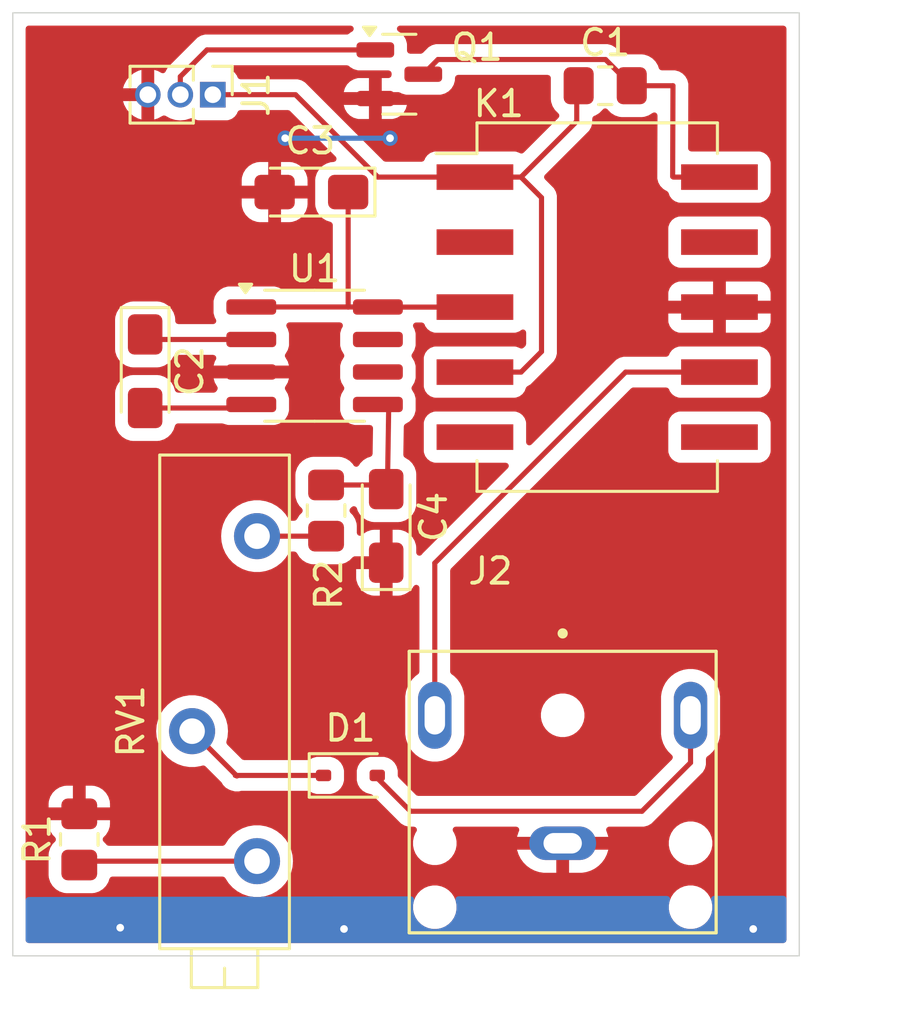
<source format=kicad_pcb>
(kicad_pcb (version 20240108) (generator "pcbnew") (generator_version "8.0")
  (layers (0 "F.Cu" signal) (31 "B.Cu" signal) (34 "B.Paste" user) (35 "F.Paste" user) (36 "B.SilkS" user "B.Silkscreen") (37 "F.SilkS" user "F.Silkscreen") (38 "B.Mask" user) (39 "F.Mask" user) (44 "Edge.Cuts" user))
  (net 0 "")
  (net 1 "Net-(Q1-D)")
  (net 2 "Net-(J1-Pin_1)")
  (net 3 "Net-(U1-CAP-)")
  (net 4 "Net-(U1-CAP+)")
  (net 5 "Net-(U1-BOOST)")
  (net 6 "Net-(U1-VOUT)")
  (net 7 "Net-(J1-Pin_2)")
  (net 8 "Net-(R1-Pad1)")
  (net 9 "Net-(R2-Pad2)")
  (net 14 "GND")
  (net 15 "Net-(D1-K)")
  (net 16 "Net-(D1-A)")
  (net 17 "Net-(J2-Pad3)")
  (footprint "Capacitor_Tantalum_SMD:CP_EIA-3216-10_Kemet-I_Pad1.58x1.35mm_HandSolder" (layer "F.Cu") (at 87.175 110.305 -90)
    (property "Reference" "C2" (at 0 -1.75 90) (layer "F.SilkS"))
    (property "Value" "10u 16v")
    (fp_line (start -2.485 0.935) (end 1.6 0.935) (stroke (width 0.12)) (layer "F.SilkS"))
    (fp_line (start -2.485 -0.935) (end -2.485 0.935) (stroke (width 0.12)) (layer "F.SilkS"))
    (fp_line (start 1.6 -0.935) (end -2.485 -0.935) (stroke (width 0.12)) (layer "F.SilkS"))
    (pad "1" smd roundrect (at -1.4375 0 270) (size 1.575 1.35) (layers "F.Cu" "F.Paste" "F.Mask") (roundrect_rratio 0.185185) (net 4 "Net-(U1-CAP+)"))
    (pad "2" smd roundrect (at 1.4375 0 270) (size 1.575 1.35) (layers "F.Cu" "F.Paste" "F.Mask") (roundrect_rratio 0.185185) (net 3 "Net-(U1-CAP-)"))
  )
  (footprint "Capacitor_SMD:C_0805_2012Metric_Pad1.18x1.45mm_HandSolder" (layer "F.Cu") (at 105.1625 99.15)
    (property "Reference" "C1" (at 0 -1.68 0) (layer "F.SilkS"))
    (property "Value" "1u")
    (fp_line (start -0.261252 -0.735) (end 0.261252 -0.735) (stroke (width 0.12)) (layer "F.SilkS"))
    (fp_line (start -0.261252 0.735) (end 0.261252 0.735) (stroke (width 0.12)) (layer "F.SilkS"))
    (pad "1" smd roundrect (at -1.0375 0) (size 1.175 1.45) (layers "F.Cu" "F.Paste" "F.Mask") (roundrect_rratio 0.212766) (net 2 "Net-(J1-Pin_1)"))
    (pad "2" smd roundrect (at 1.0375 0) (size 1.175 1.45) (layers "F.Cu" "F.Paste" "F.Mask") (roundrect_rratio 0.212766) (net 1 "Net-(Q1-D)"))
  )
  (footprint "Resistor_SMD:R_0805_2012Metric_Pad1.20x1.40mm_HandSolder" (layer "F.Cu") (at 84.6 128.6 90)
    (property "Reference" "R1" (at 0 -1.65 90) (layer "F.SilkS"))
    (property "Value" "10K")
    (fp_line (start -0.227064 -0.735) (end 0.227064 -0.735) (stroke (width 0.12)) (layer "F.SilkS"))
    (fp_line (start -0.227064 0.735) (end 0.227064 0.735) (stroke (width 0.12)) (layer "F.SilkS"))
    (pad "1" smd roundrect (at -1 0 90) (size 1.2 1.4) (layers "F.Cu" "F.Paste" "F.Mask") (roundrect_rratio 0.208333) (net 8 "Net-(R1-Pad1)"))
    (pad "2" smd roundrect (at 1 0 90) (size 1.2 1.4) (layers "F.Cu" "F.Paste" "F.Mask") (roundrect_rratio 0.208333) (net 14 "GND"))
  )
  (footprint "Capacitor_Tantalum_SMD:CP_EIA-3216-10_Kemet-I_Pad1.58x1.35mm_HandSolder" (layer "F.Cu") (at 93.675 103.305 180)
    (property "Reference" "C3" (at 0.05 2 0) (layer "F.SilkS"))
    (property "Value" "10u 16v")
    (fp_line (start 1.6 -0.935) (end -2.485 -0.935) (stroke (width 0.12)) (layer "F.SilkS"))
    (fp_line (start -2.485 0.935) (end 1.6 0.935) (stroke (width 0.12)) (layer "F.SilkS"))
    (fp_line (start -2.485 -0.935) (end -2.485 0.935) (stroke (width 0.12)) (layer "F.SilkS"))
    (pad "1" smd roundrect (at -1.4375 0 180) (size 1.575 1.35) (layers "F.Cu" "F.Paste" "F.Mask") (roundrect_rratio 0.185185) (net 5 "Net-(U1-BOOST)"))
    (pad "2" smd roundrect (at 1.4375 0 180) (size 1.575 1.35) (layers "F.Cu" "F.Paste" "F.Mask") (roundrect_rratio 0.185185) (net 14 "GND"))
  )
  (footprint "Diode_SMD:D_SOD-323" (layer "F.Cu") (at 95.2 126.1)
    (property "Reference" "D1" (at 0 -1.85 0) (layer "F.SilkS"))
    (property "Value" "1N4148WS")
    (fp_line (start -1.61 -0.85) (end -1.61 0.85) (stroke (width 0.12)) (layer "F.SilkS"))
    (fp_line (start -1.61 -0.85) (end 1.05 -0.85) (stroke (width 0.12)) (layer "F.SilkS"))
    (fp_line (start -1.61 0.85) (end 1.05 0.85) (stroke (width 0.12)) (layer "F.SilkS"))
    (pad "1" smd roundrect (at -1.05 0) (size 0.6 0.45) (layers "F.Cu" "F.Paste" "F.Mask") (net 15 "Net-(D1-K)"))
    (pad "2" smd roundrect (at 1.05 0) (size 0.6 0.45) (layers "F.Cu" "F.Paste" "F.Mask") (net 16 "Net-(D1-A)"))
  )
  (footprint "SJ1 352 3N:CUI_SJ1-3523N" (layer "F.Cu") (at 103.5 128.75)
    (property "Reference" "J2" (at -2.825 -10.635 0) (layer "F.SilkS"))
    (property "Value" "AudioJack2_Ground")
    (fp_line (start -6 -7.5) (end -6 3.5) (stroke (width 0.127)) (layer "F.SilkS"))
    (fp_line (start -6 -7.5) (end 6 -7.5) (stroke (width 0.127)) (layer "F.SilkS"))
    (fp_line (start -6 3.5) (end 6 3.5) (stroke (width 0.127)) (layer "F.SilkS"))
    (fp_line (start 6 -7.5) (end 6 3.5) (stroke (width 0.127)) (layer "F.SilkS"))
    (fp_circle (center 0 -8.2) (end 0.1 -8.2) (stroke (width 0.2)) (fill none) (layer "F.SilkS"))
    (pad "" np_thru_hole circle (at -5 0) (size 1.2 1.2) (drill 1.2) (layers "*.Cu" "*.Mask"))
    (pad "" np_thru_hole circle (at -5 2.5) (size 1.2 1.2) (drill 1.2) (layers "*.Cu" "*.Mask"))
    (pad "" np_thru_hole circle (at 0 -5) (size 1.2 1.2) (drill 1.2) (layers "*.Cu" "*.Mask"))
    (pad "" np_thru_hole circle (at 5 0) (size 1.2 1.2) (drill 1.2) (layers "*.Cu" "*.Mask"))
    (pad "" np_thru_hole circle (at 5 2.5) (size 1.2 1.2) (drill 1.2) (layers "*.Cu" "*.Mask"))
    (pad "1" thru_hole oval (at 0 0) (size 2.616 1.308) (drill oval 1.5 0.8) (layers "*.Cu" "*.Mask") (net 14 "GND"))
    (pad "2" thru_hole oval (at 5 -5) (size 1.308 2.616) (drill oval 0.8 1.5) (layers "*.Cu" "*.Mask") (net 16 "Net-(D1-A)"))
    (pad "3" thru_hole oval (at -5 -5) (size 1.308 2.616) (drill oval 0.8 1.5) (layers "*.Cu" "*.Mask") (net 17 "Net-(J2-Pad3)"))
  )
  (footprint "Relay_SMD:Relay_DPDT_FRT5_SMD" (layer "F.Cu") (at 104.85 107.8)
    (property "Reference" "K1" (at -3.85 -7.95 0) (layer "F.SilkS"))
    (property "Value" "TQ2SA-5V-X")
    (fp_line (start -4.7 -7.2) (end -4.7 -6) (stroke (width 0.12)) (layer "F.SilkS"))
    (fp_line (start -4.7 -7.2) (end 4.7 -7.2) (stroke (width 0.12)) (layer "F.SilkS"))
    (fp_line (start -4.7 -6) (end -6.3 -6) (stroke (width 0.12)) (layer "F.SilkS"))
    (fp_line (start -4.7 7.2) (end -4.7 6) (stroke (width 0.12)) (layer "F.SilkS"))
    (fp_line (start 4.7 -7.2) (end 4.7 -6) (stroke (width 0.12)) (layer "F.SilkS"))
    (fp_line (start 4.7 7.2) (end -4.7 7.2) (stroke (width 0.12)) (layer "F.SilkS"))
    (fp_line (start 4.7 7.2) (end 4.7 6) (stroke (width 0.12)) (layer "F.SilkS"))
    (pad "1" smd rect (at -4.78 -5.08) (size 3 1) (layers "F.Cu" "F.Paste" "F.Mask") (net 2 "Net-(J1-Pin_1)"))
    (pad "2" smd rect (at -4.78 -2.54) (size 3 1) (layers "F.Cu" "F.Paste" "F.Mask"))
    (pad "3" smd rect (at -4.78 0) (size 3 1) (layers "F.Cu" "F.Paste" "F.Mask") (net 5 "Net-(U1-BOOST)"))
    (pad "4" smd rect (at -4.78 2.54) (size 3 1) (layers "F.Cu" "F.Paste" "F.Mask") (net 2 "Net-(J1-Pin_1)"))
    (pad "5" smd rect (at -4.78 5.08) (size 3 1) (layers "F.Cu" "F.Paste" "F.Mask"))
    (pad "6" smd rect (at 4.78 5.08) (size 3 1) (layers "F.Cu" "F.Paste" "F.Mask"))
    (pad "7" smd rect (at 4.78 2.54) (size 3 1) (layers "F.Cu" "F.Paste" "F.Mask") (net 17 "Net-(J2-Pad3)"))
    (pad "8" smd rect (at 4.78 0) (size 3 1) (layers "F.Cu" "F.Paste" "F.Mask") (net 14 "GND"))
    (pad "9" smd rect (at 4.78 -2.54) (size 3 1) (layers "F.Cu" "F.Paste" "F.Mask"))
    (pad "10" smd rect (at 4.78 -5.08) (size 3 1) (layers "F.Cu" "F.Paste" "F.Mask") (net 1 "Net-(Q1-D)"))
  )
  (footprint "Connector_PinHeader_1.27mm:PinHeader_1x03_P1.27mm_Vertical" (layer "F.Cu") (at 89.82 99.5 -90)
    (property "Reference" "J1" (at 0 -1.695 90) (layer "F.SilkS"))
    (property "Value" "Conn_01x03_Pin" (hide yes))
    (fp_line (start -1.11 3.235) (end -0.30753 3.235) (stroke (width 0.12)) (layer "F.SilkS"))
    (fp_line (start 0.30753 3.235) (end 1.11 3.235) (stroke (width 0.12)) (layer "F.SilkS"))
    (fp_line (start -1.11 0.76) (end -1.11 3.235) (stroke (width 0.12)) (layer "F.SilkS"))
    (fp_line (start -1.11 0.76) (end -0.563471 0.76) (stroke (width 0.12)) (layer "F.SilkS"))
    (fp_line (start 0.563471 0.76) (end 1.11 0.76) (stroke (width 0.12)) (layer "F.SilkS"))
    (fp_line (start 1.11 0.76) (end 1.11 3.235) (stroke (width 0.12)) (layer "F.SilkS"))
    (fp_line (start -1.11 0) (end -1.11 -0.76) (stroke (width 0.12)) (layer "F.SilkS"))
    (fp_line (start -1.11 -0.76) (end 0 -0.76) (stroke (width 0.12)) (layer "F.SilkS"))
    (pad "1" thru_hole rect (at 0 0 270) (size 1 1) (drill 0.65) (layers "*.Cu" "*.Mask") (net 2 "Net-(J1-Pin_1)"))
    (pad "2" thru_hole oval (at 0 1.27 270) (size 1 1) (drill 0.65) (layers "*.Cu" "*.Mask") (net 7 "Net-(J1-Pin_2)"))
    (pad "3" thru_hole oval (at 0 2.54 270) (size 1 1) (drill 0.65) (layers "*.Cu" "*.Mask") (net 14 "GND"))
  )
  (footprint "Package_TO_SOT_SMD:SOT-23" (layer "F.Cu") (at 97.1125 98.7)
    (property "Reference" "Q1" (at 3.0375 -1.05 180) (layer "F.SilkS"))
    (property "Value" "2N7002")
    (fp_line (start 0 -1.56) (end -0.65 -1.56) (stroke (width 0.12)) (layer "F.SilkS"))
    (fp_line (start 0 -1.56) (end 0.65 -1.56) (stroke (width 0.12)) (layer "F.SilkS"))
    (fp_line (start 0 1.56) (end -0.65 1.56) (stroke (width 0.12)) (layer "F.SilkS"))
    (fp_line (start 0 1.56) (end 0.65 1.56) (stroke (width 0.12)) (layer "F.SilkS"))
    (fp_poly (pts (xy -1.1625 -1.51) (xy -1.4025 -1.84) (xy -0.9225 -1.84) (xy -1.1625 -1.51)) (stroke (width 0.12)) (fill solid) (layer "F.SilkS"))
    (pad "1" smd roundrect (at -0.9375 -0.95) (size 1.475 0.6) (layers "F.Cu" "F.Paste" "F.Mask") (net 7 "Net-(J1-Pin_2)"))
    (pad "2" smd roundrect (at -0.9375 0.95) (size 1.475 0.6) (layers "F.Cu" "F.Paste" "F.Mask") (net 14 "GND"))
    (pad "3" smd roundrect (at 0.9375 0) (size 1.475 0.6) (layers "F.Cu" "F.Paste" "F.Mask") (net 1 "Net-(Q1-D)"))
  )
  (footprint "Capacitor_Tantalum_SMD:CP_EIA-3216-10_Kemet-I_Pad1.58x1.35mm_HandSolder" (layer "F.Cu") (at 96.6 116.35 90)
    (property "Reference" "C4" (at 0.35 1.85 90) (layer "F.SilkS"))
    (property "Value" "10u 16v")
    (fp_line (start 1.6 -0.935) (end -2.485 -0.935) (stroke (width 0.12)) (layer "F.SilkS"))
    (fp_line (start -2.485 -0.935) (end -2.485 0.935) (stroke (width 0.12)) (layer "F.SilkS"))
    (fp_line (start -2.485 0.935) (end 1.6 0.935) (stroke (width 0.12)) (layer "F.SilkS"))
    (pad "1" smd roundrect (at -1.4375 0 90) (size 1.575 1.35) (layers "F.Cu" "F.Paste" "F.Mask") (roundrect_rratio 0.185185) (net 14 "GND"))
    (pad "2" smd roundrect (at 1.4375 0 90) (size 1.575 1.35) (layers "F.Cu" "F.Paste" "F.Mask") (roundrect_rratio 0.185185) (net 6 "Net-(U1-VOUT)"))
  )
  (footprint "Package_SO:SOIC-8_3.9x4.9mm_P1.27mm" (layer "F.Cu") (at 93.8 109.7)
    (property "Reference" "U1" (at 0 -3.4 0) (layer "F.SilkS"))
    (property "Value" "TC7662Bx0A")
    (fp_line (start 0 -2.56) (end -1.95 -2.56) (stroke (width 0.12)) (layer "F.SilkS"))
    (fp_line (start 0 -2.56) (end 1.95 -2.56) (stroke (width 0.12)) (layer "F.SilkS"))
    (fp_line (start 0 2.56) (end -1.95 2.56) (stroke (width 0.12)) (layer "F.SilkS"))
    (fp_line (start 0 2.56) (end 1.95 2.56) (stroke (width 0.12)) (layer "F.SilkS"))
    (fp_poly (pts (xy -2.7 -2.465) (xy -2.94 -2.795) (xy -2.46 -2.795) (xy -2.7 -2.465)) (stroke (width 0.12)) (fill solid) (layer "F.SilkS"))
    (pad "1" smd roundrect (at -2.475 -1.905) (size 1.95 0.6) (layers "F.Cu" "F.Paste" "F.Mask") (net 5 "Net-(U1-BOOST)"))
    (pad "2" smd roundrect (at -2.475 -0.635) (size 1.95 0.6) (layers "F.Cu" "F.Paste" "F.Mask") (net 4 "Net-(U1-CAP+)"))
    (pad "3" smd roundrect (at -2.475 0.635) (size 1.95 0.6) (layers "F.Cu" "F.Paste" "F.Mask") (net 14 "GND"))
    (pad "4" smd roundrect (at -2.475 1.905) (size 1.95 0.6) (layers "F.Cu" "F.Paste" "F.Mask") (net 3 "Net-(U1-CAP-)"))
    (pad "5" smd roundrect (at 2.475 1.905) (size 1.95 0.6) (layers "F.Cu" "F.Paste" "F.Mask") (net 6 "Net-(U1-VOUT)"))
    (pad "6" smd roundrect (at 2.475 0.635) (size 1.95 0.6) (layers "F.Cu" "F.Paste" "F.Mask"))
    (pad "7" smd roundrect (at 2.475 -0.635) (size 1.95 0.6) (layers "F.Cu" "F.Paste" "F.Mask"))
    (pad "8" smd roundrect (at 2.475 -1.905) (size 1.95 0.6) (layers "F.Cu" "F.Paste" "F.Mask") (net 5 "Net-(U1-BOOST)"))
  )
  (footprint "Potentiometer_THT:Potentiometer_Bourns_3006P_Horizontal" (layer "F.Cu") (at 91.55 116.75 90)
    (property "Reference" "RV1" (at -7.235 -4.935 90) (layer "F.SilkS"))
    (property "Value" "10K")
    (fp_line (start 3.17 -3.805) (end 3.17 1.265) (stroke (width 0.12)) (layer "F.SilkS"))
    (fp_line (start -16.12 -3.805) (end 3.17 -3.805) (stroke (width 0.12)) (layer "F.SilkS"))
    (fp_line (start -16.12 -3.805) (end -16.12 1.265) (stroke (width 0.12)) (layer "F.SilkS"))
    (fp_line (start -16.121 -2.569) (end -16.121 0.03) (stroke (width 0.12)) (layer "F.SilkS"))
    (fp_line (start -17.64 -2.569) (end -16.121 -2.569) (stroke (width 0.12)) (layer "F.SilkS"))
    (fp_line (start -17.64 -2.569) (end -17.64 0.03) (stroke (width 0.12)) (layer "F.SilkS"))
    (fp_line (start -17.64 -1.27) (end -16.881 -1.27) (stroke (width 0.12)) (layer "F.SilkS"))
    (fp_line (start -17.64 0.03) (end -16.121 0.03) (stroke (width 0.12)) (layer "F.SilkS"))
    (fp_line (start -16.12 1.265) (end 3.17 1.265) (stroke (width 0.12)) (layer "F.SilkS"))
    (pad "1" thru_hole circle (at 0 0 90) (size 1.8 1.8) (drill 1) (layers "*.Cu" "*.Mask") (net 9 "Net-(R2-Pad2)"))
    (pad "2" thru_hole circle (at -7.62 -2.54 90) (size 1.8 1.8) (drill 1) (layers "*.Cu" "*.Mask") (net 15 "Net-(D1-K)"))
    (pad "3" thru_hole circle (at -12.7 0 90) (size 1.8 1.8) (drill 1) (layers "*.Cu" "*.Mask") (net 8 "Net-(R1-Pad1)"))
  )
  (footprint "Resistor_SMD:R_0805_2012Metric_Pad1.20x1.40mm_HandSolder" (layer "F.Cu") (at 94.25 115.75 -90)
    (property "Reference" "R2" (at 2.9 -0.1 90) (layer "F.SilkS"))
    (property "Value" "10K")
    (fp_line (start -0.227064 0.735) (end 0.227064 0.735) (stroke (width 0.12)) (layer "F.SilkS"))
    (fp_line (start -0.227064 -0.735) (end 0.227064 -0.735) (stroke (width 0.12)) (layer "F.SilkS"))
    (pad "1" smd roundrect (at -1 0 270) (size 1.2 1.4) (layers "F.Cu" "F.Paste" "F.Mask") (roundrect_rratio 0.208333) (net 6 "Net-(U1-VOUT)"))
    (pad "2" smd roundrect (at 1 0 270) (size 1.2 1.4) (layers "F.Cu" "F.Paste" "F.Mask") (roundrect_rratio 0.208333) (net 9 "Net-(R2-Pad2)"))
  )
  (gr_line (start 96.4 107.8) (end 100.1 107.8) (stroke (width 0.2)) (layer "F.Cu") (net 5))
  (gr_line (start 107.8125 99.15) (end 106.1625 99.15) (stroke (width 0.2)) (layer "F.Cu") (net 1))
  (gr_line (start 104.05 100.5) (end 104.05 99.15) (stroke (width 0.2)) (layer "F.Cu") (net 2))
  (gr_line (start 107.8125 99.15) (end 107.8 102.7) (stroke (width 0.2)) (layer "F.Cu") (net 1))
  (gr_line (start 94.1 126.1) (end 90.7 126.1) (stroke (width 0.2)) (layer "F.Cu") (net 15))
  (gr_line (start 96.7 111.6) (end 96.65 114.75) (stroke (width 0.2)) (layer "F.Cu") (net 6))
  (gr_rect (start 82 96.3) (end 112.75 133.15) (stroke (width 0.05)) (fill none) (layer "Edge.Cuts"))
  (segment (start 105.175 98.125) (end 98.625 98.125) (width 0.2) (layer "F.Cu") (net 1))
  (segment (start 98.625 98.125) (end 98.05 98.7) (width 0.2) (layer "F.Cu") (net 1))
  (segment (start 109.63 102.72) (end 107.828 102.72) (width 0.2) (layer "F.Cu") (net 1))
  (segment (start 106.2 99.15) (end 105.175 98.125) (width 0.2) (layer "F.Cu") (net 1))
  (segment (start 89.82 99.5) (end 93.054744 99.5) (width 0.2) (layer "F.Cu") (net 2))
  (segment (start 104.055 100.535) (end 101.87 102.72) (width 0.2) (layer "F.Cu") (net 2))
  (segment (start 93.054744 99.5) (end 96.274744 102.72) (width 0.2) (layer "F.Cu") (net 2))
  (segment (start 96.274744 102.72) (end 100.07 102.72) (width 0.2) (layer "F.Cu") (net 2))
  (segment (start 101.872 110.34) (end 102.673 109.538) (width 0.2) (layer "F.Cu") (net 2))
  (segment (start 102.673 103.523) (end 102.673 109.538) (width 0.2) (layer "F.Cu") (net 2))
  (segment (start 101.87 102.72) (end 102.673 103.523) (width 0.2) (layer "F.Cu") (net 2))
  (segment (start 100.07 110.34) (end 101.872 110.34) (width 0.2) (layer "F.Cu") (net 2))
  (segment (start 100.07 102.72) (end 101.87 102.72) (width 0.2) (layer "F.Cu") (net 2))
  (segment (start 87.1755 111.743) (end 87.175 111.7425) (width 0.2) (layer "F.Cu") (net 3))
  (segment (start 91.325 111.605) (end 91.1875 111.743) (width 0.2) (layer "F.Cu") (net 3))
  (segment (start 91.1875 111.743) (end 87.1755 111.743) (width 0.2) (layer "F.Cu") (net 3))
  (segment (start 87.1755 111.743) (end 87.175 111.743) (width 0.2) (layer "F.Cu") (net 3))
  (segment (start 87.175 108.8675) (end 87.1752 108.8673) (width 0.2) (layer "F.Cu") (net 4))
  (segment (start 91.325 109.065) (end 87.3725 109.065) (width 0.2) (layer "F.Cu") (net 4))
  (segment (start 87.3725 109.065) (end 87.1752 108.8673) (width 0.2) (layer "F.Cu") (net 4))
  (segment (start 95.1125 107.795) (end 91.325 107.795) (width 0.2) (layer "F.Cu") (net 5))
  (segment (start 95.1125 107.795) (end 95.1125 103.305) (width 0.2) (layer "F.Cu") (net 5))
  (segment (start 97.215 107.795) (end 96.275 107.795) (width 0.2) (layer "F.Cu") (net 5))
  (segment (start 95.1125 107.795) (end 96.275 107.795) (width 0.2) (layer "F.Cu") (net 5))
  (segment (start 96.4375 114.75) (end 96.6 114.9125) (width 0.2) (layer "F.Cu") (net 6))
  (segment (start 94.25 114.75) (end 96.4375 114.75) (width 0.2) (layer "F.Cu") (net 6))
  (segment (start 88.55 98.792894) (end 89.592894 97.75) (width 0.2) (layer "F.Cu") (net 7))
  (segment (start 89.592894 97.75) (end 96.175 97.75) (width 0.2) (layer "F.Cu") (net 7))
  (segment (start 88.55 99.5) (end 88.55 98.792894) (width 0.2) (layer "F.Cu") (net 7))
  (segment (start 91.55 129.45) (end 84.75 129.45) (width 0.2) (layer "F.Cu") (net 8))
  (segment (start 84.75 129.45) (end 84.6 129.6) (width 0.2) (layer "F.Cu") (net 8))
  (segment (start 91.55 116.75) (end 91.45 116.65) (width 0.2) (layer "F.Cu") (net 9))
  (segment (start 94.25 116.75) (end 91.55 116.75) (width 0.2) (layer "F.Cu") (net 9))
  (segment (start 84.6 127.078) (end 84.6 127.6) (width 0.2) (layer "F.Cu") (net 14))
  (via (at 86.2 132.05) (size 0.6) (drill 0.3) (layers "F.Cu" "B.Cu") (net 14))
  (via (at 94.95 132.1) (size 0.6) (drill 0.3) (layers "F.Cu" "B.Cu") (net 14))
  (via (at 96.75 101.2) (size 0.6) (drill 0.3) (layers "F.Cu" "B.Cu") (net 14))
  (via (at 110.95 132.1) (size 0.6) (drill 0.3) (layers "F.Cu" "B.Cu") (net 14))
  (via (at 92.65 101.2) (size 0.6) (drill 0.3) (layers "F.Cu" "B.Cu") (net 14))
  (segment (start 92.65 101.2) (end 96.75 101.2) (width 0.2) (layer "B.Cu") (net 14))
  (segment (start 90.7632 126.123) (end 89.01 124.37) (width 0.2) (layer "F.Cu") (net 15))
  (segment (start 108.5 125.6) (end 108.5 124.65) (width 0.2) (layer "F.Cu") (net 16))
  (segment (start 96.25 126.2) (end 97.55 127.5) (width 0.2) (layer "F.Cu") (net 16))
  (segment (start 106.6 127.5) (end 108.5 125.6) (width 0.2) (layer "F.Cu") (net 16))
  (segment (start 96.25 126.1) (end 96.25 126.2) (width 0.2) (layer "F.Cu") (net 16))
  (segment (start 97.55 127.5) (end 106.6 127.5) (width 0.2) (layer "F.Cu") (net 16))
  (segment (start 109.63 110.34) (end 105.96 110.34) (width 0.2) (layer "F.Cu") (net 17))
  (segment (start 98.5 123.85) (end 98.5 123.65) (width 0.2) (layer "F.Cu") (net 17))
  (segment (start 105.96 110.34) (end 98.5 117.8) (width 0.2) (layer "F.Cu") (net 17))
  (segment (start 98.5 117.8) (end 98.5 124.65) (width 0.2) (layer "F.Cu") (net 17))
  (zone (net 14) (net_name "GND") (layer "F.Cu") (connect_pads (clearance 0.5)) (min_thickness 0.25) (fill yes (thermal_gap 0.5) (thermal_bridge_width 0.5))
    (polygon (pts (xy 81.5 95.9) (xy 113.35 95.8) (xy 113.45 133.25) (xy 81.5 133.6)))
  )
  (zone (net 14) (net_name "GND") (layer "B.Cu") (priority 1) (connect_pads (clearance 0.5)) (min_thickness 0.25) (fill yes (thermal_gap 0.5) (thermal_bridge_width 0.5))
    (polygon (pts (xy 82 130.849919) (xy 112.75 130.8) (xy 112.75 133.15) (xy 82 133.15)))
  )
)
</source>
